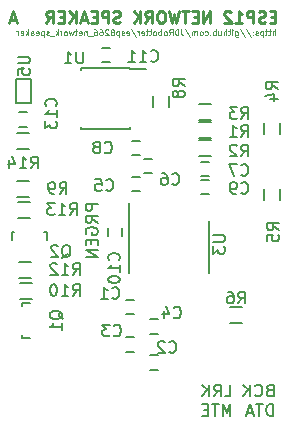
<source format=gbo>
G04 #@! TF.FileFunction,Legend,Bot*
%FSLAX46Y46*%
G04 Gerber Fmt 4.6, Leading zero omitted, Abs format (unit mm)*
G04 Created by KiCad (PCBNEW 4.0.4-stable) date 11/08/16 21:01:40*
%MOMM*%
%LPD*%
G01*
G04 APERTURE LIST*
%ADD10C,0.100000*%
%ADD11C,0.125000*%
%ADD12C,0.250000*%
%ADD13C,0.150000*%
G04 APERTURE END LIST*
D10*
D11*
X153664664Y-83030190D02*
X153664664Y-82530190D01*
X153450379Y-83030190D02*
X153450379Y-82768286D01*
X153474188Y-82720667D01*
X153521807Y-82696857D01*
X153593236Y-82696857D01*
X153640855Y-82720667D01*
X153664664Y-82744476D01*
X153283712Y-82696857D02*
X153093236Y-82696857D01*
X153212283Y-82530190D02*
X153212283Y-82958762D01*
X153188474Y-83006381D01*
X153140855Y-83030190D01*
X153093236Y-83030190D01*
X152997998Y-82696857D02*
X152807522Y-82696857D01*
X152926569Y-82530190D02*
X152926569Y-82958762D01*
X152902760Y-83006381D01*
X152855141Y-83030190D01*
X152807522Y-83030190D01*
X152640855Y-82696857D02*
X152640855Y-83196857D01*
X152640855Y-82720667D02*
X152593236Y-82696857D01*
X152497998Y-82696857D01*
X152450379Y-82720667D01*
X152426570Y-82744476D01*
X152402760Y-82792095D01*
X152402760Y-82934952D01*
X152426570Y-82982571D01*
X152450379Y-83006381D01*
X152497998Y-83030190D01*
X152593236Y-83030190D01*
X152640855Y-83006381D01*
X152212284Y-83006381D02*
X152164665Y-83030190D01*
X152069427Y-83030190D01*
X152021808Y-83006381D01*
X151997998Y-82958762D01*
X151997998Y-82934952D01*
X152021808Y-82887333D01*
X152069427Y-82863524D01*
X152140855Y-82863524D01*
X152188474Y-82839714D01*
X152212284Y-82792095D01*
X152212284Y-82768286D01*
X152188474Y-82720667D01*
X152140855Y-82696857D01*
X152069427Y-82696857D01*
X152021808Y-82720667D01*
X151783712Y-82982571D02*
X151759903Y-83006381D01*
X151783712Y-83030190D01*
X151807522Y-83006381D01*
X151783712Y-82982571D01*
X151783712Y-83030190D01*
X151783712Y-82720667D02*
X151759903Y-82744476D01*
X151783712Y-82768286D01*
X151807522Y-82744476D01*
X151783712Y-82720667D01*
X151783712Y-82768286D01*
X151188475Y-82506381D02*
X151617046Y-83149238D01*
X150664665Y-82506381D02*
X151093236Y-83149238D01*
X150283712Y-82696857D02*
X150283712Y-83101619D01*
X150307521Y-83149238D01*
X150331331Y-83173048D01*
X150378950Y-83196857D01*
X150450378Y-83196857D01*
X150497997Y-83173048D01*
X150283712Y-83006381D02*
X150331331Y-83030190D01*
X150426569Y-83030190D01*
X150474188Y-83006381D01*
X150497997Y-82982571D01*
X150521807Y-82934952D01*
X150521807Y-82792095D01*
X150497997Y-82744476D01*
X150474188Y-82720667D01*
X150426569Y-82696857D01*
X150331331Y-82696857D01*
X150283712Y-82720667D01*
X150045616Y-83030190D02*
X150045616Y-82696857D01*
X150045616Y-82530190D02*
X150069426Y-82554000D01*
X150045616Y-82577810D01*
X150021807Y-82554000D01*
X150045616Y-82530190D01*
X150045616Y-82577810D01*
X149878950Y-82696857D02*
X149688474Y-82696857D01*
X149807521Y-82530190D02*
X149807521Y-82958762D01*
X149783712Y-83006381D01*
X149736093Y-83030190D01*
X149688474Y-83030190D01*
X149521807Y-83030190D02*
X149521807Y-82530190D01*
X149307522Y-83030190D02*
X149307522Y-82768286D01*
X149331331Y-82720667D01*
X149378950Y-82696857D01*
X149450379Y-82696857D01*
X149497998Y-82720667D01*
X149521807Y-82744476D01*
X148855141Y-82696857D02*
X148855141Y-83030190D01*
X149069426Y-82696857D02*
X149069426Y-82958762D01*
X149045617Y-83006381D01*
X148997998Y-83030190D01*
X148926569Y-83030190D01*
X148878950Y-83006381D01*
X148855141Y-82982571D01*
X148617045Y-83030190D02*
X148617045Y-82530190D01*
X148617045Y-82720667D02*
X148569426Y-82696857D01*
X148474188Y-82696857D01*
X148426569Y-82720667D01*
X148402760Y-82744476D01*
X148378950Y-82792095D01*
X148378950Y-82934952D01*
X148402760Y-82982571D01*
X148426569Y-83006381D01*
X148474188Y-83030190D01*
X148569426Y-83030190D01*
X148617045Y-83006381D01*
X148164664Y-82982571D02*
X148140855Y-83006381D01*
X148164664Y-83030190D01*
X148188474Y-83006381D01*
X148164664Y-82982571D01*
X148164664Y-83030190D01*
X147712284Y-83006381D02*
X147759903Y-83030190D01*
X147855141Y-83030190D01*
X147902760Y-83006381D01*
X147926569Y-82982571D01*
X147950379Y-82934952D01*
X147950379Y-82792095D01*
X147926569Y-82744476D01*
X147902760Y-82720667D01*
X147855141Y-82696857D01*
X147759903Y-82696857D01*
X147712284Y-82720667D01*
X147426570Y-83030190D02*
X147474189Y-83006381D01*
X147497998Y-82982571D01*
X147521808Y-82934952D01*
X147521808Y-82792095D01*
X147497998Y-82744476D01*
X147474189Y-82720667D01*
X147426570Y-82696857D01*
X147355141Y-82696857D01*
X147307522Y-82720667D01*
X147283713Y-82744476D01*
X147259903Y-82792095D01*
X147259903Y-82934952D01*
X147283713Y-82982571D01*
X147307522Y-83006381D01*
X147355141Y-83030190D01*
X147426570Y-83030190D01*
X147045617Y-83030190D02*
X147045617Y-82696857D01*
X147045617Y-82744476D02*
X147021808Y-82720667D01*
X146974189Y-82696857D01*
X146902760Y-82696857D01*
X146855141Y-82720667D01*
X146831332Y-82768286D01*
X146831332Y-83030190D01*
X146831332Y-82768286D02*
X146807522Y-82720667D01*
X146759903Y-82696857D01*
X146688475Y-82696857D01*
X146640855Y-82720667D01*
X146617046Y-82768286D01*
X146617046Y-83030190D01*
X146021808Y-82506381D02*
X146450379Y-83149238D01*
X145712283Y-82530190D02*
X145712283Y-82887333D01*
X145736093Y-82958762D01*
X145783712Y-83006381D01*
X145855140Y-83030190D01*
X145902759Y-83030190D01*
X145474188Y-83030190D02*
X145474188Y-82530190D01*
X145355141Y-82530190D01*
X145283712Y-82554000D01*
X145236093Y-82601619D01*
X145212284Y-82649238D01*
X145188474Y-82744476D01*
X145188474Y-82815905D01*
X145212284Y-82911143D01*
X145236093Y-82958762D01*
X145283712Y-83006381D01*
X145355141Y-83030190D01*
X145474188Y-83030190D01*
X144688474Y-83030190D02*
X144855141Y-82792095D01*
X144974188Y-83030190D02*
X144974188Y-82530190D01*
X144783712Y-82530190D01*
X144736093Y-82554000D01*
X144712284Y-82577810D01*
X144688474Y-82625429D01*
X144688474Y-82696857D01*
X144712284Y-82744476D01*
X144736093Y-82768286D01*
X144783712Y-82792095D01*
X144974188Y-82792095D01*
X144402760Y-83030190D02*
X144450379Y-83006381D01*
X144474188Y-82982571D01*
X144497998Y-82934952D01*
X144497998Y-82792095D01*
X144474188Y-82744476D01*
X144450379Y-82720667D01*
X144402760Y-82696857D01*
X144331331Y-82696857D01*
X144283712Y-82720667D01*
X144259903Y-82744476D01*
X144236093Y-82792095D01*
X144236093Y-82934952D01*
X144259903Y-82982571D01*
X144283712Y-83006381D01*
X144331331Y-83030190D01*
X144402760Y-83030190D01*
X144021807Y-83030190D02*
X144021807Y-82530190D01*
X144021807Y-82720667D02*
X143974188Y-82696857D01*
X143878950Y-82696857D01*
X143831331Y-82720667D01*
X143807522Y-82744476D01*
X143783712Y-82792095D01*
X143783712Y-82934952D01*
X143807522Y-82982571D01*
X143831331Y-83006381D01*
X143878950Y-83030190D01*
X143974188Y-83030190D01*
X144021807Y-83006381D01*
X143497998Y-83030190D02*
X143545617Y-83006381D01*
X143569426Y-82982571D01*
X143593236Y-82934952D01*
X143593236Y-82792095D01*
X143569426Y-82744476D01*
X143545617Y-82720667D01*
X143497998Y-82696857D01*
X143426569Y-82696857D01*
X143378950Y-82720667D01*
X143355141Y-82744476D01*
X143331331Y-82792095D01*
X143331331Y-82934952D01*
X143355141Y-82982571D01*
X143378950Y-83006381D01*
X143426569Y-83030190D01*
X143497998Y-83030190D01*
X143188474Y-82696857D02*
X142997998Y-82696857D01*
X143117045Y-82530190D02*
X143117045Y-82958762D01*
X143093236Y-83006381D01*
X143045617Y-83030190D01*
X142997998Y-83030190D01*
X142902760Y-82696857D02*
X142712284Y-82696857D01*
X142831331Y-82530190D02*
X142831331Y-82958762D01*
X142807522Y-83006381D01*
X142759903Y-83030190D01*
X142712284Y-83030190D01*
X142355141Y-83006381D02*
X142402760Y-83030190D01*
X142497998Y-83030190D01*
X142545617Y-83006381D01*
X142569427Y-82958762D01*
X142569427Y-82768286D01*
X142545617Y-82720667D01*
X142497998Y-82696857D01*
X142402760Y-82696857D01*
X142355141Y-82720667D01*
X142331332Y-82768286D01*
X142331332Y-82815905D01*
X142569427Y-82863524D01*
X142117046Y-83030190D02*
X142117046Y-82696857D01*
X142117046Y-82792095D02*
X142093237Y-82744476D01*
X142069427Y-82720667D01*
X142021808Y-82696857D01*
X141974189Y-82696857D01*
X141450380Y-82506381D02*
X141878951Y-83149238D01*
X141093236Y-83006381D02*
X141140855Y-83030190D01*
X141236093Y-83030190D01*
X141283712Y-83006381D01*
X141307522Y-82958762D01*
X141307522Y-82768286D01*
X141283712Y-82720667D01*
X141236093Y-82696857D01*
X141140855Y-82696857D01*
X141093236Y-82720667D01*
X141069427Y-82768286D01*
X141069427Y-82815905D01*
X141307522Y-82863524D01*
X140878951Y-83006381D02*
X140831332Y-83030190D01*
X140736094Y-83030190D01*
X140688475Y-83006381D01*
X140664665Y-82958762D01*
X140664665Y-82934952D01*
X140688475Y-82887333D01*
X140736094Y-82863524D01*
X140807522Y-82863524D01*
X140855141Y-82839714D01*
X140878951Y-82792095D01*
X140878951Y-82768286D01*
X140855141Y-82720667D01*
X140807522Y-82696857D01*
X140736094Y-82696857D01*
X140688475Y-82720667D01*
X140450379Y-82696857D02*
X140450379Y-83196857D01*
X140450379Y-82720667D02*
X140402760Y-82696857D01*
X140307522Y-82696857D01*
X140259903Y-82720667D01*
X140236094Y-82744476D01*
X140212284Y-82792095D01*
X140212284Y-82934952D01*
X140236094Y-82982571D01*
X140259903Y-83006381D01*
X140307522Y-83030190D01*
X140402760Y-83030190D01*
X140450379Y-83006381D01*
X139926570Y-82744476D02*
X139974189Y-82720667D01*
X139997998Y-82696857D01*
X140021808Y-82649238D01*
X140021808Y-82625429D01*
X139997998Y-82577810D01*
X139974189Y-82554000D01*
X139926570Y-82530190D01*
X139831332Y-82530190D01*
X139783713Y-82554000D01*
X139759903Y-82577810D01*
X139736094Y-82625429D01*
X139736094Y-82649238D01*
X139759903Y-82696857D01*
X139783713Y-82720667D01*
X139831332Y-82744476D01*
X139926570Y-82744476D01*
X139974189Y-82768286D01*
X139997998Y-82792095D01*
X140021808Y-82839714D01*
X140021808Y-82934952D01*
X139997998Y-82982571D01*
X139974189Y-83006381D01*
X139926570Y-83030190D01*
X139831332Y-83030190D01*
X139783713Y-83006381D01*
X139759903Y-82982571D01*
X139736094Y-82934952D01*
X139736094Y-82839714D01*
X139759903Y-82792095D01*
X139783713Y-82768286D01*
X139831332Y-82744476D01*
X139545618Y-82577810D02*
X139521808Y-82554000D01*
X139474189Y-82530190D01*
X139355142Y-82530190D01*
X139307523Y-82554000D01*
X139283713Y-82577810D01*
X139259904Y-82625429D01*
X139259904Y-82673048D01*
X139283713Y-82744476D01*
X139569427Y-83030190D01*
X139259904Y-83030190D01*
X138831333Y-82530190D02*
X138926571Y-82530190D01*
X138974190Y-82554000D01*
X138997999Y-82577810D01*
X139045618Y-82649238D01*
X139069428Y-82744476D01*
X139069428Y-82934952D01*
X139045618Y-82982571D01*
X139021809Y-83006381D01*
X138974190Y-83030190D01*
X138878952Y-83030190D01*
X138831333Y-83006381D01*
X138807523Y-82982571D01*
X138783714Y-82934952D01*
X138783714Y-82815905D01*
X138807523Y-82768286D01*
X138831333Y-82744476D01*
X138878952Y-82720667D01*
X138974190Y-82720667D01*
X139021809Y-82744476D01*
X139045618Y-82768286D01*
X139069428Y-82815905D01*
X138355143Y-82530190D02*
X138450381Y-82530190D01*
X138498000Y-82554000D01*
X138521809Y-82577810D01*
X138569428Y-82649238D01*
X138593238Y-82744476D01*
X138593238Y-82934952D01*
X138569428Y-82982571D01*
X138545619Y-83006381D01*
X138498000Y-83030190D01*
X138402762Y-83030190D01*
X138355143Y-83006381D01*
X138331333Y-82982571D01*
X138307524Y-82934952D01*
X138307524Y-82815905D01*
X138331333Y-82768286D01*
X138355143Y-82744476D01*
X138402762Y-82720667D01*
X138498000Y-82720667D01*
X138545619Y-82744476D01*
X138569428Y-82768286D01*
X138593238Y-82815905D01*
X138212286Y-83077810D02*
X137831334Y-83077810D01*
X137712286Y-82696857D02*
X137712286Y-83030190D01*
X137712286Y-82744476D02*
X137688477Y-82720667D01*
X137640858Y-82696857D01*
X137569429Y-82696857D01*
X137521810Y-82720667D01*
X137498001Y-82768286D01*
X137498001Y-83030190D01*
X137069429Y-83006381D02*
X137117048Y-83030190D01*
X137212286Y-83030190D01*
X137259905Y-83006381D01*
X137283715Y-82958762D01*
X137283715Y-82768286D01*
X137259905Y-82720667D01*
X137212286Y-82696857D01*
X137117048Y-82696857D01*
X137069429Y-82720667D01*
X137045620Y-82768286D01*
X137045620Y-82815905D01*
X137283715Y-82863524D01*
X136902763Y-82696857D02*
X136712287Y-82696857D01*
X136831334Y-82530190D02*
X136831334Y-82958762D01*
X136807525Y-83006381D01*
X136759906Y-83030190D01*
X136712287Y-83030190D01*
X136593239Y-82696857D02*
X136498001Y-83030190D01*
X136402763Y-82792095D01*
X136307525Y-83030190D01*
X136212287Y-82696857D01*
X135950382Y-83030190D02*
X135998001Y-83006381D01*
X136021810Y-82982571D01*
X136045620Y-82934952D01*
X136045620Y-82792095D01*
X136021810Y-82744476D01*
X135998001Y-82720667D01*
X135950382Y-82696857D01*
X135878953Y-82696857D01*
X135831334Y-82720667D01*
X135807525Y-82744476D01*
X135783715Y-82792095D01*
X135783715Y-82934952D01*
X135807525Y-82982571D01*
X135831334Y-83006381D01*
X135878953Y-83030190D01*
X135950382Y-83030190D01*
X135569429Y-83030190D02*
X135569429Y-82696857D01*
X135569429Y-82792095D02*
X135545620Y-82744476D01*
X135521810Y-82720667D01*
X135474191Y-82696857D01*
X135426572Y-82696857D01*
X135259905Y-83030190D02*
X135259905Y-82530190D01*
X135212286Y-82839714D02*
X135069429Y-83030190D01*
X135069429Y-82696857D02*
X135259905Y-82887333D01*
X134974191Y-83077810D02*
X134593239Y-83077810D01*
X134498001Y-83006381D02*
X134450382Y-83030190D01*
X134355144Y-83030190D01*
X134307525Y-83006381D01*
X134283715Y-82958762D01*
X134283715Y-82934952D01*
X134307525Y-82887333D01*
X134355144Y-82863524D01*
X134426572Y-82863524D01*
X134474191Y-82839714D01*
X134498001Y-82792095D01*
X134498001Y-82768286D01*
X134474191Y-82720667D01*
X134426572Y-82696857D01*
X134355144Y-82696857D01*
X134307525Y-82720667D01*
X134069429Y-82696857D02*
X134069429Y-83196857D01*
X134069429Y-82720667D02*
X134021810Y-82696857D01*
X133926572Y-82696857D01*
X133878953Y-82720667D01*
X133855144Y-82744476D01*
X133831334Y-82792095D01*
X133831334Y-82934952D01*
X133855144Y-82982571D01*
X133878953Y-83006381D01*
X133926572Y-83030190D01*
X134021810Y-83030190D01*
X134069429Y-83006381D01*
X133426572Y-83006381D02*
X133474191Y-83030190D01*
X133569429Y-83030190D01*
X133617048Y-83006381D01*
X133640858Y-82958762D01*
X133640858Y-82768286D01*
X133617048Y-82720667D01*
X133569429Y-82696857D01*
X133474191Y-82696857D01*
X133426572Y-82720667D01*
X133402763Y-82768286D01*
X133402763Y-82815905D01*
X133640858Y-82863524D01*
X132974192Y-83030190D02*
X132974192Y-82768286D01*
X132998001Y-82720667D01*
X133045620Y-82696857D01*
X133140858Y-82696857D01*
X133188477Y-82720667D01*
X132974192Y-83006381D02*
X133021811Y-83030190D01*
X133140858Y-83030190D01*
X133188477Y-83006381D01*
X133212287Y-82958762D01*
X133212287Y-82911143D01*
X133188477Y-82863524D01*
X133140858Y-82839714D01*
X133021811Y-82839714D01*
X132974192Y-82815905D01*
X132736096Y-83030190D02*
X132736096Y-82530190D01*
X132688477Y-82839714D02*
X132545620Y-83030190D01*
X132545620Y-82696857D02*
X132736096Y-82887333D01*
X132140858Y-83006381D02*
X132188477Y-83030190D01*
X132283715Y-83030190D01*
X132331334Y-83006381D01*
X132355144Y-82958762D01*
X132355144Y-82768286D01*
X132331334Y-82720667D01*
X132283715Y-82696857D01*
X132188477Y-82696857D01*
X132140858Y-82720667D01*
X132117049Y-82768286D01*
X132117049Y-82815905D01*
X132355144Y-82863524D01*
X131902763Y-83030190D02*
X131902763Y-82696857D01*
X131902763Y-82792095D02*
X131878954Y-82744476D01*
X131855144Y-82720667D01*
X131807525Y-82696857D01*
X131759906Y-82696857D01*
D12*
X131683095Y-81700667D02*
X131206904Y-81700667D01*
X131778333Y-81986381D02*
X131445000Y-80986381D01*
X131111666Y-81986381D01*
X153684667Y-81462571D02*
X153351333Y-81462571D01*
X153208476Y-81986381D02*
X153684667Y-81986381D01*
X153684667Y-80986381D01*
X153208476Y-80986381D01*
X152827524Y-81938762D02*
X152684667Y-81986381D01*
X152446571Y-81986381D01*
X152351333Y-81938762D01*
X152303714Y-81891143D01*
X152256095Y-81795905D01*
X152256095Y-81700667D01*
X152303714Y-81605429D01*
X152351333Y-81557810D01*
X152446571Y-81510190D01*
X152637048Y-81462571D01*
X152732286Y-81414952D01*
X152779905Y-81367333D01*
X152827524Y-81272095D01*
X152827524Y-81176857D01*
X152779905Y-81081619D01*
X152732286Y-81034000D01*
X152637048Y-80986381D01*
X152398952Y-80986381D01*
X152256095Y-81034000D01*
X151827524Y-81986381D02*
X151827524Y-80986381D01*
X151446571Y-80986381D01*
X151351333Y-81034000D01*
X151303714Y-81081619D01*
X151256095Y-81176857D01*
X151256095Y-81319714D01*
X151303714Y-81414952D01*
X151351333Y-81462571D01*
X151446571Y-81510190D01*
X151827524Y-81510190D01*
X150303714Y-81986381D02*
X150875143Y-81986381D01*
X150589429Y-81986381D02*
X150589429Y-80986381D01*
X150684667Y-81129238D01*
X150779905Y-81224476D01*
X150875143Y-81272095D01*
X149922762Y-81081619D02*
X149875143Y-81034000D01*
X149779905Y-80986381D01*
X149541809Y-80986381D01*
X149446571Y-81034000D01*
X149398952Y-81081619D01*
X149351333Y-81176857D01*
X149351333Y-81272095D01*
X149398952Y-81414952D01*
X149970381Y-81986381D01*
X149351333Y-81986381D01*
X148160857Y-81986381D02*
X148160857Y-80986381D01*
X147589428Y-81986381D01*
X147589428Y-80986381D01*
X147113238Y-81462571D02*
X146779904Y-81462571D01*
X146637047Y-81986381D02*
X147113238Y-81986381D01*
X147113238Y-80986381D01*
X146637047Y-80986381D01*
X146351333Y-80986381D02*
X145779904Y-80986381D01*
X146065619Y-81986381D02*
X146065619Y-80986381D01*
X145541809Y-80986381D02*
X145303714Y-81986381D01*
X145113237Y-81272095D01*
X144922761Y-81986381D01*
X144684666Y-80986381D01*
X144113238Y-80986381D02*
X143922761Y-80986381D01*
X143827523Y-81034000D01*
X143732285Y-81129238D01*
X143684666Y-81319714D01*
X143684666Y-81653048D01*
X143732285Y-81843524D01*
X143827523Y-81938762D01*
X143922761Y-81986381D01*
X144113238Y-81986381D01*
X144208476Y-81938762D01*
X144303714Y-81843524D01*
X144351333Y-81653048D01*
X144351333Y-81319714D01*
X144303714Y-81129238D01*
X144208476Y-81034000D01*
X144113238Y-80986381D01*
X142684666Y-81986381D02*
X143018000Y-81510190D01*
X143256095Y-81986381D02*
X143256095Y-80986381D01*
X142875142Y-80986381D01*
X142779904Y-81034000D01*
X142732285Y-81081619D01*
X142684666Y-81176857D01*
X142684666Y-81319714D01*
X142732285Y-81414952D01*
X142779904Y-81462571D01*
X142875142Y-81510190D01*
X143256095Y-81510190D01*
X142256095Y-81986381D02*
X142256095Y-80986381D01*
X141684666Y-81986381D02*
X142113238Y-81414952D01*
X141684666Y-80986381D02*
X142256095Y-81557810D01*
X140541809Y-81938762D02*
X140398952Y-81986381D01*
X140160856Y-81986381D01*
X140065618Y-81938762D01*
X140017999Y-81891143D01*
X139970380Y-81795905D01*
X139970380Y-81700667D01*
X140017999Y-81605429D01*
X140065618Y-81557810D01*
X140160856Y-81510190D01*
X140351333Y-81462571D01*
X140446571Y-81414952D01*
X140494190Y-81367333D01*
X140541809Y-81272095D01*
X140541809Y-81176857D01*
X140494190Y-81081619D01*
X140446571Y-81034000D01*
X140351333Y-80986381D01*
X140113237Y-80986381D01*
X139970380Y-81034000D01*
X139541809Y-81986381D02*
X139541809Y-80986381D01*
X139160856Y-80986381D01*
X139065618Y-81034000D01*
X139017999Y-81081619D01*
X138970380Y-81176857D01*
X138970380Y-81319714D01*
X139017999Y-81414952D01*
X139065618Y-81462571D01*
X139160856Y-81510190D01*
X139541809Y-81510190D01*
X138541809Y-81462571D02*
X138208475Y-81462571D01*
X138065618Y-81986381D02*
X138541809Y-81986381D01*
X138541809Y-80986381D01*
X138065618Y-80986381D01*
X137684666Y-81700667D02*
X137208475Y-81700667D01*
X137779904Y-81986381D02*
X137446571Y-80986381D01*
X137113237Y-81986381D01*
X136779904Y-81986381D02*
X136779904Y-80986381D01*
X136208475Y-81986381D02*
X136637047Y-81414952D01*
X136208475Y-80986381D02*
X136779904Y-81557810D01*
X135779904Y-81462571D02*
X135446570Y-81462571D01*
X135303713Y-81986381D02*
X135779904Y-81986381D01*
X135779904Y-80986381D01*
X135303713Y-80986381D01*
X134303713Y-81986381D02*
X134637047Y-81510190D01*
X134875142Y-81986381D02*
X134875142Y-80986381D01*
X134494189Y-80986381D01*
X134398951Y-81034000D01*
X134351332Y-81081619D01*
X134303713Y-81176857D01*
X134303713Y-81319714D01*
X134351332Y-81414952D01*
X134398951Y-81462571D01*
X134494189Y-81510190D01*
X134875142Y-81510190D01*
D13*
X132684000Y-89570000D02*
X131984000Y-89570000D01*
X131984000Y-90770000D02*
X132684000Y-90770000D01*
X141361000Y-85817000D02*
X141361000Y-85867000D01*
X137211000Y-85817000D02*
X137211000Y-85962000D01*
X137211000Y-90967000D02*
X137211000Y-90822000D01*
X141361000Y-90967000D02*
X141361000Y-90822000D01*
X141361000Y-85817000D02*
X137211000Y-85817000D01*
X141361000Y-90967000D02*
X137211000Y-90967000D01*
X141361000Y-85867000D02*
X142761000Y-85867000D01*
X148028000Y-98740000D02*
X148028000Y-103190000D01*
X141278000Y-97215000D02*
X141278000Y-103190000D01*
X141001000Y-106645000D02*
X141701000Y-106645000D01*
X141701000Y-105445000D02*
X141001000Y-105445000D01*
X143033000Y-111344000D02*
X143733000Y-111344000D01*
X143733000Y-110144000D02*
X143033000Y-110144000D01*
X141509000Y-93183000D02*
X142209000Y-93183000D01*
X142209000Y-91983000D02*
X141509000Y-91983000D01*
X147351000Y-96485000D02*
X148051000Y-96485000D01*
X148051000Y-95285000D02*
X147351000Y-95285000D01*
X141001000Y-109820000D02*
X141701000Y-109820000D01*
X141701000Y-108620000D02*
X141001000Y-108620000D01*
X143733000Y-107096000D02*
X143033000Y-107096000D01*
X143033000Y-108296000D02*
X143733000Y-108296000D01*
X141509000Y-96231000D02*
X142209000Y-96231000D01*
X142209000Y-95031000D02*
X141509000Y-95031000D01*
X142525000Y-94707000D02*
X143225000Y-94707000D01*
X143225000Y-93507000D02*
X142525000Y-93507000D01*
X147351000Y-94961000D02*
X148051000Y-94961000D01*
X148051000Y-93761000D02*
X147351000Y-93761000D01*
X139481000Y-99345000D02*
X139481000Y-100045000D01*
X140681000Y-100045000D02*
X140681000Y-99345000D01*
X138969000Y-85309000D02*
X139669000Y-85309000D01*
X139669000Y-84109000D02*
X138969000Y-84109000D01*
X147201000Y-91734000D02*
X148201000Y-91734000D01*
X148201000Y-90384000D02*
X147201000Y-90384000D01*
X147201000Y-93258000D02*
X148201000Y-93258000D01*
X148201000Y-91908000D02*
X147201000Y-91908000D01*
X147201000Y-90210000D02*
X148201000Y-90210000D01*
X148201000Y-88860000D02*
X147201000Y-88860000D01*
X152741000Y-90432000D02*
X152741000Y-91432000D01*
X154091000Y-91432000D02*
X154091000Y-90432000D01*
X152741000Y-96020000D02*
X152741000Y-97020000D01*
X154091000Y-97020000D02*
X154091000Y-96020000D01*
X149868000Y-107355000D02*
X150868000Y-107355000D01*
X150868000Y-106005000D02*
X149868000Y-106005000D01*
X144693000Y-89146000D02*
X144693000Y-88146000D01*
X143343000Y-88146000D02*
X143343000Y-89146000D01*
X131834000Y-96687000D02*
X132834000Y-96687000D01*
X132834000Y-95337000D02*
X131834000Y-95337000D01*
X132088000Y-105323000D02*
X133088000Y-105323000D01*
X133088000Y-103973000D02*
X132088000Y-103973000D01*
X132004000Y-103545000D02*
X133004000Y-103545000D01*
X133004000Y-102195000D02*
X132004000Y-102195000D01*
X132918000Y-97115000D02*
X131918000Y-97115000D01*
X131918000Y-98465000D02*
X132918000Y-98465000D01*
X132834000Y-91273000D02*
X131834000Y-91273000D01*
X131834000Y-92623000D02*
X132834000Y-92623000D01*
X132969000Y-86741000D02*
X132969000Y-88773000D01*
X132969000Y-88773000D02*
X131699000Y-88773000D01*
X131699000Y-88773000D02*
X131699000Y-86741000D01*
X131699000Y-86741000D02*
X132969000Y-86741000D01*
X132191760Y-108487160D02*
X132191760Y-108438900D01*
X132892800Y-105688180D02*
X132191760Y-105688180D01*
X132191760Y-105688180D02*
X132191760Y-105937100D01*
X132191760Y-108487160D02*
X132191760Y-108687820D01*
X132191760Y-108687820D02*
X132892800Y-108687820D01*
X131542840Y-99679760D02*
X131591100Y-99679760D01*
X134341820Y-100380800D02*
X134341820Y-99679760D01*
X134341820Y-99679760D02*
X134092900Y-99679760D01*
X131542840Y-99679760D02*
X131342180Y-99679760D01*
X131342180Y-99679760D02*
X131342180Y-100380800D01*
X135104143Y-89019143D02*
X135151762Y-88971524D01*
X135199381Y-88828667D01*
X135199381Y-88733429D01*
X135151762Y-88590571D01*
X135056524Y-88495333D01*
X134961286Y-88447714D01*
X134770810Y-88400095D01*
X134627952Y-88400095D01*
X134437476Y-88447714D01*
X134342238Y-88495333D01*
X134247000Y-88590571D01*
X134199381Y-88733429D01*
X134199381Y-88828667D01*
X134247000Y-88971524D01*
X134294619Y-89019143D01*
X135199381Y-89971524D02*
X135199381Y-89400095D01*
X135199381Y-89685809D02*
X134199381Y-89685809D01*
X134342238Y-89590571D01*
X134437476Y-89495333D01*
X134485095Y-89400095D01*
X134199381Y-90304857D02*
X134199381Y-90923905D01*
X134580333Y-90590571D01*
X134580333Y-90733429D01*
X134627952Y-90828667D01*
X134675571Y-90876286D01*
X134770810Y-90923905D01*
X135008905Y-90923905D01*
X135104143Y-90876286D01*
X135151762Y-90828667D01*
X135199381Y-90733429D01*
X135199381Y-90447714D01*
X135151762Y-90352476D01*
X135104143Y-90304857D01*
X137413905Y-84415381D02*
X137413905Y-85224905D01*
X137366286Y-85320143D01*
X137318667Y-85367762D01*
X137223429Y-85415381D01*
X137032952Y-85415381D01*
X136937714Y-85367762D01*
X136890095Y-85320143D01*
X136842476Y-85224905D01*
X136842476Y-84415381D01*
X135842476Y-85415381D02*
X136413905Y-85415381D01*
X136128191Y-85415381D02*
X136128191Y-84415381D01*
X136223429Y-84558238D01*
X136318667Y-84653476D01*
X136413905Y-84701095D01*
X148423381Y-99949095D02*
X149232905Y-99949095D01*
X149328143Y-99996714D01*
X149375762Y-100044333D01*
X149423381Y-100139571D01*
X149423381Y-100330048D01*
X149375762Y-100425286D01*
X149328143Y-100472905D01*
X149232905Y-100520524D01*
X148423381Y-100520524D01*
X148423381Y-100901476D02*
X148423381Y-101520524D01*
X148804333Y-101187190D01*
X148804333Y-101330048D01*
X148851952Y-101425286D01*
X148899571Y-101472905D01*
X148994810Y-101520524D01*
X149232905Y-101520524D01*
X149328143Y-101472905D01*
X149375762Y-101425286D01*
X149423381Y-101330048D01*
X149423381Y-101044333D01*
X149375762Y-100949095D01*
X149328143Y-100901476D01*
X139866666Y-105259143D02*
X139914285Y-105306762D01*
X140057142Y-105354381D01*
X140152380Y-105354381D01*
X140295238Y-105306762D01*
X140390476Y-105211524D01*
X140438095Y-105116286D01*
X140485714Y-104925810D01*
X140485714Y-104782952D01*
X140438095Y-104592476D01*
X140390476Y-104497238D01*
X140295238Y-104402000D01*
X140152380Y-104354381D01*
X140057142Y-104354381D01*
X139914285Y-104402000D01*
X139866666Y-104449619D01*
X138914285Y-105354381D02*
X139485714Y-105354381D01*
X139200000Y-105354381D02*
X139200000Y-104354381D01*
X139295238Y-104497238D01*
X139390476Y-104592476D01*
X139485714Y-104640095D01*
X144692666Y-109831143D02*
X144740285Y-109878762D01*
X144883142Y-109926381D01*
X144978380Y-109926381D01*
X145121238Y-109878762D01*
X145216476Y-109783524D01*
X145264095Y-109688286D01*
X145311714Y-109497810D01*
X145311714Y-109354952D01*
X145264095Y-109164476D01*
X145216476Y-109069238D01*
X145121238Y-108974000D01*
X144978380Y-108926381D01*
X144883142Y-108926381D01*
X144740285Y-108974000D01*
X144692666Y-109021619D01*
X144311714Y-109021619D02*
X144264095Y-108974000D01*
X144168857Y-108926381D01*
X143930761Y-108926381D01*
X143835523Y-108974000D01*
X143787904Y-109021619D01*
X143740285Y-109116857D01*
X143740285Y-109212095D01*
X143787904Y-109354952D01*
X144359333Y-109926381D01*
X143740285Y-109926381D01*
X139231666Y-92940143D02*
X139279285Y-92987762D01*
X139422142Y-93035381D01*
X139517380Y-93035381D01*
X139660238Y-92987762D01*
X139755476Y-92892524D01*
X139803095Y-92797286D01*
X139850714Y-92606810D01*
X139850714Y-92463952D01*
X139803095Y-92273476D01*
X139755476Y-92178238D01*
X139660238Y-92083000D01*
X139517380Y-92035381D01*
X139422142Y-92035381D01*
X139279285Y-92083000D01*
X139231666Y-92130619D01*
X138660238Y-92463952D02*
X138755476Y-92416333D01*
X138803095Y-92368714D01*
X138850714Y-92273476D01*
X138850714Y-92225857D01*
X138803095Y-92130619D01*
X138755476Y-92083000D01*
X138660238Y-92035381D01*
X138469761Y-92035381D01*
X138374523Y-92083000D01*
X138326904Y-92130619D01*
X138279285Y-92225857D01*
X138279285Y-92273476D01*
X138326904Y-92368714D01*
X138374523Y-92416333D01*
X138469761Y-92463952D01*
X138660238Y-92463952D01*
X138755476Y-92511571D01*
X138803095Y-92559190D01*
X138850714Y-92654429D01*
X138850714Y-92844905D01*
X138803095Y-92940143D01*
X138755476Y-92987762D01*
X138660238Y-93035381D01*
X138469761Y-93035381D01*
X138374523Y-92987762D01*
X138326904Y-92940143D01*
X138279285Y-92844905D01*
X138279285Y-92654429D01*
X138326904Y-92559190D01*
X138374523Y-92511571D01*
X138469761Y-92463952D01*
X150788666Y-96369143D02*
X150836285Y-96416762D01*
X150979142Y-96464381D01*
X151074380Y-96464381D01*
X151217238Y-96416762D01*
X151312476Y-96321524D01*
X151360095Y-96226286D01*
X151407714Y-96035810D01*
X151407714Y-95892952D01*
X151360095Y-95702476D01*
X151312476Y-95607238D01*
X151217238Y-95512000D01*
X151074380Y-95464381D01*
X150979142Y-95464381D01*
X150836285Y-95512000D01*
X150788666Y-95559619D01*
X150312476Y-96464381D02*
X150122000Y-96464381D01*
X150026761Y-96416762D01*
X149979142Y-96369143D01*
X149883904Y-96226286D01*
X149836285Y-96035810D01*
X149836285Y-95654857D01*
X149883904Y-95559619D01*
X149931523Y-95512000D01*
X150026761Y-95464381D01*
X150217238Y-95464381D01*
X150312476Y-95512000D01*
X150360095Y-95559619D01*
X150407714Y-95654857D01*
X150407714Y-95892952D01*
X150360095Y-95988190D01*
X150312476Y-96035810D01*
X150217238Y-96083429D01*
X150026761Y-96083429D01*
X149931523Y-96035810D01*
X149883904Y-95988190D01*
X149836285Y-95892952D01*
X139993666Y-108434143D02*
X140041285Y-108481762D01*
X140184142Y-108529381D01*
X140279380Y-108529381D01*
X140422238Y-108481762D01*
X140517476Y-108386524D01*
X140565095Y-108291286D01*
X140612714Y-108100810D01*
X140612714Y-107957952D01*
X140565095Y-107767476D01*
X140517476Y-107672238D01*
X140422238Y-107577000D01*
X140279380Y-107529381D01*
X140184142Y-107529381D01*
X140041285Y-107577000D01*
X139993666Y-107624619D01*
X139660333Y-107529381D02*
X139041285Y-107529381D01*
X139374619Y-107910333D01*
X139231761Y-107910333D01*
X139136523Y-107957952D01*
X139088904Y-108005571D01*
X139041285Y-108100810D01*
X139041285Y-108338905D01*
X139088904Y-108434143D01*
X139136523Y-108481762D01*
X139231761Y-108529381D01*
X139517476Y-108529381D01*
X139612714Y-108481762D01*
X139660333Y-108434143D01*
X145073666Y-106910143D02*
X145121285Y-106957762D01*
X145264142Y-107005381D01*
X145359380Y-107005381D01*
X145502238Y-106957762D01*
X145597476Y-106862524D01*
X145645095Y-106767286D01*
X145692714Y-106576810D01*
X145692714Y-106433952D01*
X145645095Y-106243476D01*
X145597476Y-106148238D01*
X145502238Y-106053000D01*
X145359380Y-106005381D01*
X145264142Y-106005381D01*
X145121285Y-106053000D01*
X145073666Y-106100619D01*
X144216523Y-106338714D02*
X144216523Y-107005381D01*
X144454619Y-105957762D02*
X144692714Y-106672048D01*
X144073666Y-106672048D01*
X139358666Y-96115143D02*
X139406285Y-96162762D01*
X139549142Y-96210381D01*
X139644380Y-96210381D01*
X139787238Y-96162762D01*
X139882476Y-96067524D01*
X139930095Y-95972286D01*
X139977714Y-95781810D01*
X139977714Y-95638952D01*
X139930095Y-95448476D01*
X139882476Y-95353238D01*
X139787238Y-95258000D01*
X139644380Y-95210381D01*
X139549142Y-95210381D01*
X139406285Y-95258000D01*
X139358666Y-95305619D01*
X138453904Y-95210381D02*
X138930095Y-95210381D01*
X138977714Y-95686571D01*
X138930095Y-95638952D01*
X138834857Y-95591333D01*
X138596761Y-95591333D01*
X138501523Y-95638952D01*
X138453904Y-95686571D01*
X138406285Y-95781810D01*
X138406285Y-96019905D01*
X138453904Y-96115143D01*
X138501523Y-96162762D01*
X138596761Y-96210381D01*
X138834857Y-96210381D01*
X138930095Y-96162762D01*
X138977714Y-96115143D01*
X144946666Y-95607143D02*
X144994285Y-95654762D01*
X145137142Y-95702381D01*
X145232380Y-95702381D01*
X145375238Y-95654762D01*
X145470476Y-95559524D01*
X145518095Y-95464286D01*
X145565714Y-95273810D01*
X145565714Y-95130952D01*
X145518095Y-94940476D01*
X145470476Y-94845238D01*
X145375238Y-94750000D01*
X145232380Y-94702381D01*
X145137142Y-94702381D01*
X144994285Y-94750000D01*
X144946666Y-94797619D01*
X144089523Y-94702381D02*
X144280000Y-94702381D01*
X144375238Y-94750000D01*
X144422857Y-94797619D01*
X144518095Y-94940476D01*
X144565714Y-95130952D01*
X144565714Y-95511905D01*
X144518095Y-95607143D01*
X144470476Y-95654762D01*
X144375238Y-95702381D01*
X144184761Y-95702381D01*
X144089523Y-95654762D01*
X144041904Y-95607143D01*
X143994285Y-95511905D01*
X143994285Y-95273810D01*
X144041904Y-95178571D01*
X144089523Y-95130952D01*
X144184761Y-95083333D01*
X144375238Y-95083333D01*
X144470476Y-95130952D01*
X144518095Y-95178571D01*
X144565714Y-95273810D01*
X150788666Y-94845143D02*
X150836285Y-94892762D01*
X150979142Y-94940381D01*
X151074380Y-94940381D01*
X151217238Y-94892762D01*
X151312476Y-94797524D01*
X151360095Y-94702286D01*
X151407714Y-94511810D01*
X151407714Y-94368952D01*
X151360095Y-94178476D01*
X151312476Y-94083238D01*
X151217238Y-93988000D01*
X151074380Y-93940381D01*
X150979142Y-93940381D01*
X150836285Y-93988000D01*
X150788666Y-94035619D01*
X150455333Y-93940381D02*
X149788666Y-93940381D01*
X150217238Y-94940381D01*
X140438143Y-102100143D02*
X140485762Y-102052524D01*
X140533381Y-101909667D01*
X140533381Y-101814429D01*
X140485762Y-101671571D01*
X140390524Y-101576333D01*
X140295286Y-101528714D01*
X140104810Y-101481095D01*
X139961952Y-101481095D01*
X139771476Y-101528714D01*
X139676238Y-101576333D01*
X139581000Y-101671571D01*
X139533381Y-101814429D01*
X139533381Y-101909667D01*
X139581000Y-102052524D01*
X139628619Y-102100143D01*
X140533381Y-103052524D02*
X140533381Y-102481095D01*
X140533381Y-102766809D02*
X139533381Y-102766809D01*
X139676238Y-102671571D01*
X139771476Y-102576333D01*
X139819095Y-102481095D01*
X139533381Y-103671571D02*
X139533381Y-103766810D01*
X139581000Y-103862048D01*
X139628619Y-103909667D01*
X139723857Y-103957286D01*
X139914333Y-104004905D01*
X140152429Y-104004905D01*
X140342905Y-103957286D01*
X140438143Y-103909667D01*
X140485762Y-103862048D01*
X140533381Y-103766810D01*
X140533381Y-103671571D01*
X140485762Y-103576333D01*
X140438143Y-103528714D01*
X140342905Y-103481095D01*
X140152429Y-103433476D01*
X139914333Y-103433476D01*
X139723857Y-103481095D01*
X139628619Y-103528714D01*
X139581000Y-103576333D01*
X139533381Y-103671571D01*
X143136857Y-85193143D02*
X143184476Y-85240762D01*
X143327333Y-85288381D01*
X143422571Y-85288381D01*
X143565429Y-85240762D01*
X143660667Y-85145524D01*
X143708286Y-85050286D01*
X143755905Y-84859810D01*
X143755905Y-84716952D01*
X143708286Y-84526476D01*
X143660667Y-84431238D01*
X143565429Y-84336000D01*
X143422571Y-84288381D01*
X143327333Y-84288381D01*
X143184476Y-84336000D01*
X143136857Y-84383619D01*
X142184476Y-85288381D02*
X142755905Y-85288381D01*
X142470191Y-85288381D02*
X142470191Y-84288381D01*
X142565429Y-84431238D01*
X142660667Y-84526476D01*
X142755905Y-84574095D01*
X141232095Y-85288381D02*
X141803524Y-85288381D01*
X141517810Y-85288381D02*
X141517810Y-84288381D01*
X141613048Y-84431238D01*
X141708286Y-84526476D01*
X141803524Y-84574095D01*
X150788666Y-91638381D02*
X151122000Y-91162190D01*
X151360095Y-91638381D02*
X151360095Y-90638381D01*
X150979142Y-90638381D01*
X150883904Y-90686000D01*
X150836285Y-90733619D01*
X150788666Y-90828857D01*
X150788666Y-90971714D01*
X150836285Y-91066952D01*
X150883904Y-91114571D01*
X150979142Y-91162190D01*
X151360095Y-91162190D01*
X149836285Y-91638381D02*
X150407714Y-91638381D01*
X150122000Y-91638381D02*
X150122000Y-90638381D01*
X150217238Y-90781238D01*
X150312476Y-90876476D01*
X150407714Y-90924095D01*
X150788666Y-93289381D02*
X151122000Y-92813190D01*
X151360095Y-93289381D02*
X151360095Y-92289381D01*
X150979142Y-92289381D01*
X150883904Y-92337000D01*
X150836285Y-92384619D01*
X150788666Y-92479857D01*
X150788666Y-92622714D01*
X150836285Y-92717952D01*
X150883904Y-92765571D01*
X150979142Y-92813190D01*
X151360095Y-92813190D01*
X150407714Y-92384619D02*
X150360095Y-92337000D01*
X150264857Y-92289381D01*
X150026761Y-92289381D01*
X149931523Y-92337000D01*
X149883904Y-92384619D01*
X149836285Y-92479857D01*
X149836285Y-92575095D01*
X149883904Y-92717952D01*
X150455333Y-93289381D01*
X149836285Y-93289381D01*
X150788666Y-90114381D02*
X151122000Y-89638190D01*
X151360095Y-90114381D02*
X151360095Y-89114381D01*
X150979142Y-89114381D01*
X150883904Y-89162000D01*
X150836285Y-89209619D01*
X150788666Y-89304857D01*
X150788666Y-89447714D01*
X150836285Y-89542952D01*
X150883904Y-89590571D01*
X150979142Y-89638190D01*
X151360095Y-89638190D01*
X150455333Y-89114381D02*
X149836285Y-89114381D01*
X150169619Y-89495333D01*
X150026761Y-89495333D01*
X149931523Y-89542952D01*
X149883904Y-89590571D01*
X149836285Y-89685810D01*
X149836285Y-89923905D01*
X149883904Y-90019143D01*
X149931523Y-90066762D01*
X150026761Y-90114381D01*
X150312476Y-90114381D01*
X150407714Y-90066762D01*
X150455333Y-90019143D01*
X153868381Y-87590334D02*
X153392190Y-87257000D01*
X153868381Y-87018905D02*
X152868381Y-87018905D01*
X152868381Y-87399858D01*
X152916000Y-87495096D01*
X152963619Y-87542715D01*
X153058857Y-87590334D01*
X153201714Y-87590334D01*
X153296952Y-87542715D01*
X153344571Y-87495096D01*
X153392190Y-87399858D01*
X153392190Y-87018905D01*
X153201714Y-88447477D02*
X153868381Y-88447477D01*
X152820762Y-88209381D02*
X153535048Y-87971286D01*
X153535048Y-88590334D01*
X153995381Y-99528334D02*
X153519190Y-99195000D01*
X153995381Y-98956905D02*
X152995381Y-98956905D01*
X152995381Y-99337858D01*
X153043000Y-99433096D01*
X153090619Y-99480715D01*
X153185857Y-99528334D01*
X153328714Y-99528334D01*
X153423952Y-99480715D01*
X153471571Y-99433096D01*
X153519190Y-99337858D01*
X153519190Y-98956905D01*
X152995381Y-100433096D02*
X152995381Y-99956905D01*
X153471571Y-99909286D01*
X153423952Y-99956905D01*
X153376333Y-100052143D01*
X153376333Y-100290239D01*
X153423952Y-100385477D01*
X153471571Y-100433096D01*
X153566810Y-100480715D01*
X153804905Y-100480715D01*
X153900143Y-100433096D01*
X153947762Y-100385477D01*
X153995381Y-100290239D01*
X153995381Y-100052143D01*
X153947762Y-99956905D01*
X153900143Y-99909286D01*
X150534666Y-105735381D02*
X150868000Y-105259190D01*
X151106095Y-105735381D02*
X151106095Y-104735381D01*
X150725142Y-104735381D01*
X150629904Y-104783000D01*
X150582285Y-104830619D01*
X150534666Y-104925857D01*
X150534666Y-105068714D01*
X150582285Y-105163952D01*
X150629904Y-105211571D01*
X150725142Y-105259190D01*
X151106095Y-105259190D01*
X149677523Y-104735381D02*
X149868000Y-104735381D01*
X149963238Y-104783000D01*
X150010857Y-104830619D01*
X150106095Y-104973476D01*
X150153714Y-105163952D01*
X150153714Y-105544905D01*
X150106095Y-105640143D01*
X150058476Y-105687762D01*
X149963238Y-105735381D01*
X149772761Y-105735381D01*
X149677523Y-105687762D01*
X149629904Y-105640143D01*
X149582285Y-105544905D01*
X149582285Y-105306810D01*
X149629904Y-105211571D01*
X149677523Y-105163952D01*
X149772761Y-105116333D01*
X149963238Y-105116333D01*
X150058476Y-105163952D01*
X150106095Y-105211571D01*
X150153714Y-105306810D01*
X145994381Y-87336334D02*
X145518190Y-87003000D01*
X145994381Y-86764905D02*
X144994381Y-86764905D01*
X144994381Y-87145858D01*
X145042000Y-87241096D01*
X145089619Y-87288715D01*
X145184857Y-87336334D01*
X145327714Y-87336334D01*
X145422952Y-87288715D01*
X145470571Y-87241096D01*
X145518190Y-87145858D01*
X145518190Y-86764905D01*
X145422952Y-87907762D02*
X145375333Y-87812524D01*
X145327714Y-87764905D01*
X145232476Y-87717286D01*
X145184857Y-87717286D01*
X145089619Y-87764905D01*
X145042000Y-87812524D01*
X144994381Y-87907762D01*
X144994381Y-88098239D01*
X145042000Y-88193477D01*
X145089619Y-88241096D01*
X145184857Y-88288715D01*
X145232476Y-88288715D01*
X145327714Y-88241096D01*
X145375333Y-88193477D01*
X145422952Y-88098239D01*
X145422952Y-87907762D01*
X145470571Y-87812524D01*
X145518190Y-87764905D01*
X145613429Y-87717286D01*
X145803905Y-87717286D01*
X145899143Y-87764905D01*
X145946762Y-87812524D01*
X145994381Y-87907762D01*
X145994381Y-88098239D01*
X145946762Y-88193477D01*
X145899143Y-88241096D01*
X145803905Y-88288715D01*
X145613429Y-88288715D01*
X145518190Y-88241096D01*
X145470571Y-88193477D01*
X145422952Y-88098239D01*
X135421666Y-96464381D02*
X135755000Y-95988190D01*
X135993095Y-96464381D02*
X135993095Y-95464381D01*
X135612142Y-95464381D01*
X135516904Y-95512000D01*
X135469285Y-95559619D01*
X135421666Y-95654857D01*
X135421666Y-95797714D01*
X135469285Y-95892952D01*
X135516904Y-95940571D01*
X135612142Y-95988190D01*
X135993095Y-95988190D01*
X134945476Y-96464381D02*
X134755000Y-96464381D01*
X134659761Y-96416762D01*
X134612142Y-96369143D01*
X134516904Y-96226286D01*
X134469285Y-96035810D01*
X134469285Y-95654857D01*
X134516904Y-95559619D01*
X134564523Y-95512000D01*
X134659761Y-95464381D01*
X134850238Y-95464381D01*
X134945476Y-95512000D01*
X134993095Y-95559619D01*
X135040714Y-95654857D01*
X135040714Y-95892952D01*
X134993095Y-95988190D01*
X134945476Y-96035810D01*
X134850238Y-96083429D01*
X134659761Y-96083429D01*
X134564523Y-96035810D01*
X134516904Y-95988190D01*
X134469285Y-95892952D01*
X136532857Y-105100381D02*
X136866191Y-104624190D01*
X137104286Y-105100381D02*
X137104286Y-104100381D01*
X136723333Y-104100381D01*
X136628095Y-104148000D01*
X136580476Y-104195619D01*
X136532857Y-104290857D01*
X136532857Y-104433714D01*
X136580476Y-104528952D01*
X136628095Y-104576571D01*
X136723333Y-104624190D01*
X137104286Y-104624190D01*
X135580476Y-105100381D02*
X136151905Y-105100381D01*
X135866191Y-105100381D02*
X135866191Y-104100381D01*
X135961429Y-104243238D01*
X136056667Y-104338476D01*
X136151905Y-104386095D01*
X134961429Y-104100381D02*
X134866190Y-104100381D01*
X134770952Y-104148000D01*
X134723333Y-104195619D01*
X134675714Y-104290857D01*
X134628095Y-104481333D01*
X134628095Y-104719429D01*
X134675714Y-104909905D01*
X134723333Y-105005143D01*
X134770952Y-105052762D01*
X134866190Y-105100381D01*
X134961429Y-105100381D01*
X135056667Y-105052762D01*
X135104286Y-105005143D01*
X135151905Y-104909905D01*
X135199524Y-104719429D01*
X135199524Y-104481333D01*
X135151905Y-104290857D01*
X135104286Y-104195619D01*
X135056667Y-104148000D01*
X134961429Y-104100381D01*
X136532857Y-103322381D02*
X136866191Y-102846190D01*
X137104286Y-103322381D02*
X137104286Y-102322381D01*
X136723333Y-102322381D01*
X136628095Y-102370000D01*
X136580476Y-102417619D01*
X136532857Y-102512857D01*
X136532857Y-102655714D01*
X136580476Y-102750952D01*
X136628095Y-102798571D01*
X136723333Y-102846190D01*
X137104286Y-102846190D01*
X135580476Y-103322381D02*
X136151905Y-103322381D01*
X135866191Y-103322381D02*
X135866191Y-102322381D01*
X135961429Y-102465238D01*
X136056667Y-102560476D01*
X136151905Y-102608095D01*
X135199524Y-102417619D02*
X135151905Y-102370000D01*
X135056667Y-102322381D01*
X134818571Y-102322381D01*
X134723333Y-102370000D01*
X134675714Y-102417619D01*
X134628095Y-102512857D01*
X134628095Y-102608095D01*
X134675714Y-102750952D01*
X135247143Y-103322381D01*
X134628095Y-103322381D01*
X136278857Y-98242381D02*
X136612191Y-97766190D01*
X136850286Y-98242381D02*
X136850286Y-97242381D01*
X136469333Y-97242381D01*
X136374095Y-97290000D01*
X136326476Y-97337619D01*
X136278857Y-97432857D01*
X136278857Y-97575714D01*
X136326476Y-97670952D01*
X136374095Y-97718571D01*
X136469333Y-97766190D01*
X136850286Y-97766190D01*
X135326476Y-98242381D02*
X135897905Y-98242381D01*
X135612191Y-98242381D02*
X135612191Y-97242381D01*
X135707429Y-97385238D01*
X135802667Y-97480476D01*
X135897905Y-97528095D01*
X134993143Y-97242381D02*
X134374095Y-97242381D01*
X134707429Y-97623333D01*
X134564571Y-97623333D01*
X134469333Y-97670952D01*
X134421714Y-97718571D01*
X134374095Y-97813810D01*
X134374095Y-98051905D01*
X134421714Y-98147143D01*
X134469333Y-98194762D01*
X134564571Y-98242381D01*
X134850286Y-98242381D01*
X134945524Y-98194762D01*
X134993143Y-98147143D01*
X132976857Y-94300381D02*
X133310191Y-93824190D01*
X133548286Y-94300381D02*
X133548286Y-93300381D01*
X133167333Y-93300381D01*
X133072095Y-93348000D01*
X133024476Y-93395619D01*
X132976857Y-93490857D01*
X132976857Y-93633714D01*
X133024476Y-93728952D01*
X133072095Y-93776571D01*
X133167333Y-93824190D01*
X133548286Y-93824190D01*
X132024476Y-94300381D02*
X132595905Y-94300381D01*
X132310191Y-94300381D02*
X132310191Y-93300381D01*
X132405429Y-93443238D01*
X132500667Y-93538476D01*
X132595905Y-93586095D01*
X131167333Y-93633714D02*
X131167333Y-94300381D01*
X131405429Y-93252762D02*
X131643524Y-93967048D01*
X131024476Y-93967048D01*
X131885441Y-84836095D02*
X132694965Y-84836095D01*
X132790203Y-84883714D01*
X132837822Y-84931333D01*
X132885441Y-85026571D01*
X132885441Y-85217048D01*
X132837822Y-85312286D01*
X132790203Y-85359905D01*
X132694965Y-85407524D01*
X131885441Y-85407524D01*
X131885441Y-86359905D02*
X131885441Y-85883714D01*
X132361631Y-85836095D01*
X132314012Y-85883714D01*
X132266393Y-85978952D01*
X132266393Y-86217048D01*
X132314012Y-86312286D01*
X132361631Y-86359905D01*
X132456870Y-86407524D01*
X132694965Y-86407524D01*
X132790203Y-86359905D01*
X132837822Y-86312286D01*
X132885441Y-86217048D01*
X132885441Y-85978952D01*
X132837822Y-85883714D01*
X132790203Y-85836095D01*
X135675619Y-107092762D02*
X135628000Y-106997524D01*
X135532762Y-106902286D01*
X135389905Y-106759429D01*
X135342286Y-106664190D01*
X135342286Y-106568952D01*
X135580381Y-106616571D02*
X135532762Y-106521333D01*
X135437524Y-106426095D01*
X135247048Y-106378476D01*
X134913714Y-106378476D01*
X134723238Y-106426095D01*
X134628000Y-106521333D01*
X134580381Y-106616571D01*
X134580381Y-106807048D01*
X134628000Y-106902286D01*
X134723238Y-106997524D01*
X134913714Y-107045143D01*
X135247048Y-107045143D01*
X135437524Y-106997524D01*
X135532762Y-106902286D01*
X135580381Y-106807048D01*
X135580381Y-106616571D01*
X135580381Y-107997524D02*
X135580381Y-107426095D01*
X135580381Y-107711809D02*
X134580381Y-107711809D01*
X134723238Y-107616571D01*
X134818476Y-107521333D01*
X134866095Y-107426095D01*
X135604238Y-101893619D02*
X135699476Y-101846000D01*
X135794714Y-101750762D01*
X135937571Y-101607905D01*
X136032810Y-101560286D01*
X136128048Y-101560286D01*
X136080429Y-101798381D02*
X136175667Y-101750762D01*
X136270905Y-101655524D01*
X136318524Y-101465048D01*
X136318524Y-101131714D01*
X136270905Y-100941238D01*
X136175667Y-100846000D01*
X136080429Y-100798381D01*
X135889952Y-100798381D01*
X135794714Y-100846000D01*
X135699476Y-100941238D01*
X135651857Y-101131714D01*
X135651857Y-101465048D01*
X135699476Y-101655524D01*
X135794714Y-101750762D01*
X135889952Y-101798381D01*
X136080429Y-101798381D01*
X135270905Y-100893619D02*
X135223286Y-100846000D01*
X135128048Y-100798381D01*
X134889952Y-100798381D01*
X134794714Y-100846000D01*
X134747095Y-100893619D01*
X134699476Y-100988857D01*
X134699476Y-101084095D01*
X134747095Y-101226952D01*
X135318524Y-101798381D01*
X134699476Y-101798381D01*
X138628381Y-97329905D02*
X137628381Y-97329905D01*
X137628381Y-97710858D01*
X137676000Y-97806096D01*
X137723619Y-97853715D01*
X137818857Y-97901334D01*
X137961714Y-97901334D01*
X138056952Y-97853715D01*
X138104571Y-97806096D01*
X138152190Y-97710858D01*
X138152190Y-97329905D01*
X138628381Y-98901334D02*
X138152190Y-98568000D01*
X138628381Y-98329905D02*
X137628381Y-98329905D01*
X137628381Y-98710858D01*
X137676000Y-98806096D01*
X137723619Y-98853715D01*
X137818857Y-98901334D01*
X137961714Y-98901334D01*
X138056952Y-98853715D01*
X138104571Y-98806096D01*
X138152190Y-98710858D01*
X138152190Y-98329905D01*
X137676000Y-99853715D02*
X137628381Y-99758477D01*
X137628381Y-99615620D01*
X137676000Y-99472762D01*
X137771238Y-99377524D01*
X137866476Y-99329905D01*
X138056952Y-99282286D01*
X138199810Y-99282286D01*
X138390286Y-99329905D01*
X138485524Y-99377524D01*
X138580762Y-99472762D01*
X138628381Y-99615620D01*
X138628381Y-99710858D01*
X138580762Y-99853715D01*
X138533143Y-99901334D01*
X138199810Y-99901334D01*
X138199810Y-99710858D01*
X138104571Y-100329905D02*
X138104571Y-100663239D01*
X138628381Y-100806096D02*
X138628381Y-100329905D01*
X137628381Y-100329905D01*
X137628381Y-100806096D01*
X138628381Y-101234667D02*
X137628381Y-101234667D01*
X138628381Y-101806096D01*
X137628381Y-101806096D01*
X153201571Y-113085571D02*
X153058714Y-113133190D01*
X153011095Y-113180810D01*
X152963476Y-113276048D01*
X152963476Y-113418905D01*
X153011095Y-113514143D01*
X153058714Y-113561762D01*
X153153952Y-113609381D01*
X153534905Y-113609381D01*
X153534905Y-112609381D01*
X153201571Y-112609381D01*
X153106333Y-112657000D01*
X153058714Y-112704619D01*
X153011095Y-112799857D01*
X153011095Y-112895095D01*
X153058714Y-112990333D01*
X153106333Y-113037952D01*
X153201571Y-113085571D01*
X153534905Y-113085571D01*
X151963476Y-113514143D02*
X152011095Y-113561762D01*
X152153952Y-113609381D01*
X152249190Y-113609381D01*
X152392048Y-113561762D01*
X152487286Y-113466524D01*
X152534905Y-113371286D01*
X152582524Y-113180810D01*
X152582524Y-113037952D01*
X152534905Y-112847476D01*
X152487286Y-112752238D01*
X152392048Y-112657000D01*
X152249190Y-112609381D01*
X152153952Y-112609381D01*
X152011095Y-112657000D01*
X151963476Y-112704619D01*
X151534905Y-113609381D02*
X151534905Y-112609381D01*
X150963476Y-113609381D02*
X151392048Y-113037952D01*
X150963476Y-112609381D02*
X151534905Y-113180810D01*
X149407476Y-113609381D02*
X149883667Y-113609381D01*
X149883667Y-112609381D01*
X148502714Y-113609381D02*
X148836048Y-113133190D01*
X149074143Y-113609381D02*
X149074143Y-112609381D01*
X148693190Y-112609381D01*
X148597952Y-112657000D01*
X148550333Y-112704619D01*
X148502714Y-112799857D01*
X148502714Y-112942714D01*
X148550333Y-113037952D01*
X148597952Y-113085571D01*
X148693190Y-113133190D01*
X149074143Y-113133190D01*
X148074143Y-113609381D02*
X148074143Y-112609381D01*
X147502714Y-113609381D02*
X147931286Y-113037952D01*
X147502714Y-112609381D02*
X148074143Y-113180810D01*
X153471429Y-115260381D02*
X153471429Y-114260381D01*
X153233334Y-114260381D01*
X153090476Y-114308000D01*
X152995238Y-114403238D01*
X152947619Y-114498476D01*
X152900000Y-114688952D01*
X152900000Y-114831810D01*
X152947619Y-115022286D01*
X152995238Y-115117524D01*
X153090476Y-115212762D01*
X153233334Y-115260381D01*
X153471429Y-115260381D01*
X152614286Y-114260381D02*
X152042857Y-114260381D01*
X152328572Y-115260381D02*
X152328572Y-114260381D01*
X151757143Y-114974667D02*
X151280952Y-114974667D01*
X151852381Y-115260381D02*
X151519048Y-114260381D01*
X151185714Y-115260381D01*
X149883667Y-115260381D02*
X149883667Y-114260381D01*
X149550333Y-114974667D01*
X149217000Y-114260381D01*
X149217000Y-115260381D01*
X148883667Y-114260381D02*
X148312238Y-114260381D01*
X148597953Y-115260381D02*
X148597953Y-114260381D01*
X147978905Y-114736571D02*
X147645571Y-114736571D01*
X147502714Y-115260381D02*
X147978905Y-115260381D01*
X147978905Y-114260381D01*
X147502714Y-114260381D01*
M02*

</source>
